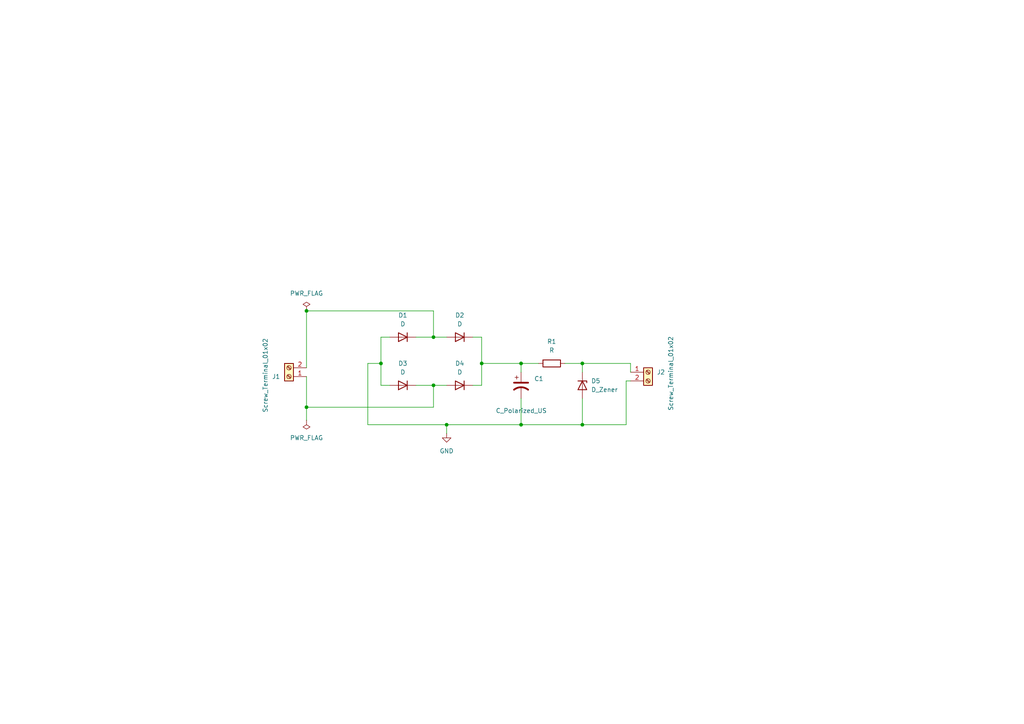
<source format=kicad_sch>
(kicad_sch
	(version 20231120)
	(generator "eeschema")
	(generator_version "8.0")
	(uuid "c9d8ba57-a88f-4c4f-9935-79c219c43787")
	(paper "A4")
	(title_block
		(title "Bridge rectifier")
		(date "2024-03-18")
	)
	(lib_symbols
		(symbol "Connector:Screw_Terminal_01x02"
			(pin_names
				(offset 1.016) hide)
			(exclude_from_sim no)
			(in_bom yes)
			(on_board yes)
			(property "Reference" "J"
				(at 0 2.54 0)
				(effects
					(font
						(size 1.27 1.27)
					)
				)
			)
			(property "Value" "Screw_Terminal_01x02"
				(at 0 -5.08 0)
				(effects
					(font
						(size 1.27 1.27)
					)
				)
			)
			(property "Footprint" ""
				(at 0 0 0)
				(effects
					(font
						(size 1.27 1.27)
					)
					(hide yes)
				)
			)
			(property "Datasheet" "~"
				(at 0 0 0)
				(effects
					(font
						(size 1.27 1.27)
					)
					(hide yes)
				)
			)
			(property "Description" "Generic screw terminal, single row, 01x02, script generated (kicad-library-utils/schlib/autogen/connector/)"
				(at 0 0 0)
				(effects
					(font
						(size 1.27 1.27)
					)
					(hide yes)
				)
			)
			(property "ki_keywords" "screw terminal"
				(at 0 0 0)
				(effects
					(font
						(size 1.27 1.27)
					)
					(hide yes)
				)
			)
			(property "ki_fp_filters" "TerminalBlock*:*"
				(at 0 0 0)
				(effects
					(font
						(size 1.27 1.27)
					)
					(hide yes)
				)
			)
			(symbol "Screw_Terminal_01x02_1_1"
				(rectangle
					(start -1.27 1.27)
					(end 1.27 -3.81)
					(stroke
						(width 0.254)
						(type default)
					)
					(fill
						(type background)
					)
				)
				(circle
					(center 0 -2.54)
					(radius 0.635)
					(stroke
						(width 0.1524)
						(type default)
					)
					(fill
						(type none)
					)
				)
				(polyline
					(pts
						(xy -0.5334 -2.2098) (xy 0.3302 -3.048)
					)
					(stroke
						(width 0.1524)
						(type default)
					)
					(fill
						(type none)
					)
				)
				(polyline
					(pts
						(xy -0.5334 0.3302) (xy 0.3302 -0.508)
					)
					(stroke
						(width 0.1524)
						(type default)
					)
					(fill
						(type none)
					)
				)
				(polyline
					(pts
						(xy -0.3556 -2.032) (xy 0.508 -2.8702)
					)
					(stroke
						(width 0.1524)
						(type default)
					)
					(fill
						(type none)
					)
				)
				(polyline
					(pts
						(xy -0.3556 0.508) (xy 0.508 -0.3302)
					)
					(stroke
						(width 0.1524)
						(type default)
					)
					(fill
						(type none)
					)
				)
				(circle
					(center 0 0)
					(radius 0.635)
					(stroke
						(width 0.1524)
						(type default)
					)
					(fill
						(type none)
					)
				)
				(pin passive line
					(at -5.08 0 0)
					(length 3.81)
					(name "Pin_1"
						(effects
							(font
								(size 1.27 1.27)
							)
						)
					)
					(number "1"
						(effects
							(font
								(size 1.27 1.27)
							)
						)
					)
				)
				(pin passive line
					(at -5.08 -2.54 0)
					(length 3.81)
					(name "Pin_2"
						(effects
							(font
								(size 1.27 1.27)
							)
						)
					)
					(number "2"
						(effects
							(font
								(size 1.27 1.27)
							)
						)
					)
				)
			)
		)
		(symbol "Device:C_Polarized_US"
			(pin_numbers hide)
			(pin_names
				(offset 0.254) hide)
			(exclude_from_sim no)
			(in_bom yes)
			(on_board yes)
			(property "Reference" "C"
				(at 0.635 2.54 0)
				(effects
					(font
						(size 1.27 1.27)
					)
					(justify left)
				)
			)
			(property "Value" "C_Polarized_US"
				(at 0.635 -2.54 0)
				(effects
					(font
						(size 1.27 1.27)
					)
					(justify left)
				)
			)
			(property "Footprint" ""
				(at 0 0 0)
				(effects
					(font
						(size 1.27 1.27)
					)
					(hide yes)
				)
			)
			(property "Datasheet" "~"
				(at 0 0 0)
				(effects
					(font
						(size 1.27 1.27)
					)
					(hide yes)
				)
			)
			(property "Description" "Polarized capacitor, US symbol"
				(at 0 0 0)
				(effects
					(font
						(size 1.27 1.27)
					)
					(hide yes)
				)
			)
			(property "ki_keywords" "cap capacitor"
				(at 0 0 0)
				(effects
					(font
						(size 1.27 1.27)
					)
					(hide yes)
				)
			)
			(property "ki_fp_filters" "CP_*"
				(at 0 0 0)
				(effects
					(font
						(size 1.27 1.27)
					)
					(hide yes)
				)
			)
			(symbol "C_Polarized_US_0_1"
				(polyline
					(pts
						(xy -2.032 0.762) (xy 2.032 0.762)
					)
					(stroke
						(width 0.508)
						(type default)
					)
					(fill
						(type none)
					)
				)
				(polyline
					(pts
						(xy -1.778 2.286) (xy -0.762 2.286)
					)
					(stroke
						(width 0)
						(type default)
					)
					(fill
						(type none)
					)
				)
				(polyline
					(pts
						(xy -1.27 1.778) (xy -1.27 2.794)
					)
					(stroke
						(width 0)
						(type default)
					)
					(fill
						(type none)
					)
				)
				(arc
					(start 2.032 -1.27)
					(mid 0 -0.5572)
					(end -2.032 -1.27)
					(stroke
						(width 0.508)
						(type default)
					)
					(fill
						(type none)
					)
				)
			)
			(symbol "C_Polarized_US_1_1"
				(pin passive line
					(at 0 3.81 270)
					(length 2.794)
					(name "~"
						(effects
							(font
								(size 1.27 1.27)
							)
						)
					)
					(number "1"
						(effects
							(font
								(size 1.27 1.27)
							)
						)
					)
				)
				(pin passive line
					(at 0 -3.81 90)
					(length 3.302)
					(name "~"
						(effects
							(font
								(size 1.27 1.27)
							)
						)
					)
					(number "2"
						(effects
							(font
								(size 1.27 1.27)
							)
						)
					)
				)
			)
		)
		(symbol "Device:D"
			(pin_numbers hide)
			(pin_names
				(offset 1.016) hide)
			(exclude_from_sim no)
			(in_bom yes)
			(on_board yes)
			(property "Reference" "D"
				(at 0 2.54 0)
				(effects
					(font
						(size 1.27 1.27)
					)
				)
			)
			(property "Value" "D"
				(at 0 -2.54 0)
				(effects
					(font
						(size 1.27 1.27)
					)
				)
			)
			(property "Footprint" ""
				(at 0 0 0)
				(effects
					(font
						(size 1.27 1.27)
					)
					(hide yes)
				)
			)
			(property "Datasheet" "~"
				(at 0 0 0)
				(effects
					(font
						(size 1.27 1.27)
					)
					(hide yes)
				)
			)
			(property "Description" "Diode"
				(at 0 0 0)
				(effects
					(font
						(size 1.27 1.27)
					)
					(hide yes)
				)
			)
			(property "Sim.Device" "D"
				(at 0 0 0)
				(effects
					(font
						(size 1.27 1.27)
					)
					(hide yes)
				)
			)
			(property "Sim.Pins" "1=K 2=A"
				(at 0 0 0)
				(effects
					(font
						(size 1.27 1.27)
					)
					(hide yes)
				)
			)
			(property "ki_keywords" "diode"
				(at 0 0 0)
				(effects
					(font
						(size 1.27 1.27)
					)
					(hide yes)
				)
			)
			(property "ki_fp_filters" "TO-???* *_Diode_* *SingleDiode* D_*"
				(at 0 0 0)
				(effects
					(font
						(size 1.27 1.27)
					)
					(hide yes)
				)
			)
			(symbol "D_0_1"
				(polyline
					(pts
						(xy -1.27 1.27) (xy -1.27 -1.27)
					)
					(stroke
						(width 0.254)
						(type default)
					)
					(fill
						(type none)
					)
				)
				(polyline
					(pts
						(xy 1.27 0) (xy -1.27 0)
					)
					(stroke
						(width 0)
						(type default)
					)
					(fill
						(type none)
					)
				)
				(polyline
					(pts
						(xy 1.27 1.27) (xy 1.27 -1.27) (xy -1.27 0) (xy 1.27 1.27)
					)
					(stroke
						(width 0.254)
						(type default)
					)
					(fill
						(type none)
					)
				)
			)
			(symbol "D_1_1"
				(pin passive line
					(at -3.81 0 0)
					(length 2.54)
					(name "K"
						(effects
							(font
								(size 1.27 1.27)
							)
						)
					)
					(number "1"
						(effects
							(font
								(size 1.27 1.27)
							)
						)
					)
				)
				(pin passive line
					(at 3.81 0 180)
					(length 2.54)
					(name "A"
						(effects
							(font
								(size 1.27 1.27)
							)
						)
					)
					(number "2"
						(effects
							(font
								(size 1.27 1.27)
							)
						)
					)
				)
			)
		)
		(symbol "Device:D_Zener"
			(pin_numbers hide)
			(pin_names
				(offset 1.016) hide)
			(exclude_from_sim no)
			(in_bom yes)
			(on_board yes)
			(property "Reference" "D"
				(at 0 2.54 0)
				(effects
					(font
						(size 1.27 1.27)
					)
				)
			)
			(property "Value" "D_Zener"
				(at 0 -2.54 0)
				(effects
					(font
						(size 1.27 1.27)
					)
				)
			)
			(property "Footprint" ""
				(at 0 0 0)
				(effects
					(font
						(size 1.27 1.27)
					)
					(hide yes)
				)
			)
			(property "Datasheet" "~"
				(at 0 0 0)
				(effects
					(font
						(size 1.27 1.27)
					)
					(hide yes)
				)
			)
			(property "Description" "Zener diode"
				(at 0 0 0)
				(effects
					(font
						(size 1.27 1.27)
					)
					(hide yes)
				)
			)
			(property "ki_keywords" "diode"
				(at 0 0 0)
				(effects
					(font
						(size 1.27 1.27)
					)
					(hide yes)
				)
			)
			(property "ki_fp_filters" "TO-???* *_Diode_* *SingleDiode* D_*"
				(at 0 0 0)
				(effects
					(font
						(size 1.27 1.27)
					)
					(hide yes)
				)
			)
			(symbol "D_Zener_0_1"
				(polyline
					(pts
						(xy 1.27 0) (xy -1.27 0)
					)
					(stroke
						(width 0)
						(type default)
					)
					(fill
						(type none)
					)
				)
				(polyline
					(pts
						(xy -1.27 -1.27) (xy -1.27 1.27) (xy -0.762 1.27)
					)
					(stroke
						(width 0.254)
						(type default)
					)
					(fill
						(type none)
					)
				)
				(polyline
					(pts
						(xy 1.27 -1.27) (xy 1.27 1.27) (xy -1.27 0) (xy 1.27 -1.27)
					)
					(stroke
						(width 0.254)
						(type default)
					)
					(fill
						(type none)
					)
				)
			)
			(symbol "D_Zener_1_1"
				(pin passive line
					(at -3.81 0 0)
					(length 2.54)
					(name "K"
						(effects
							(font
								(size 1.27 1.27)
							)
						)
					)
					(number "1"
						(effects
							(font
								(size 1.27 1.27)
							)
						)
					)
				)
				(pin passive line
					(at 3.81 0 180)
					(length 2.54)
					(name "A"
						(effects
							(font
								(size 1.27 1.27)
							)
						)
					)
					(number "2"
						(effects
							(font
								(size 1.27 1.27)
							)
						)
					)
				)
			)
		)
		(symbol "Device:R"
			(pin_numbers hide)
			(pin_names
				(offset 0)
			)
			(exclude_from_sim no)
			(in_bom yes)
			(on_board yes)
			(property "Reference" "R"
				(at 2.032 0 90)
				(effects
					(font
						(size 1.27 1.27)
					)
				)
			)
			(property "Value" "R"
				(at 0 0 90)
				(effects
					(font
						(size 1.27 1.27)
					)
				)
			)
			(property "Footprint" ""
				(at -1.778 0 90)
				(effects
					(font
						(size 1.27 1.27)
					)
					(hide yes)
				)
			)
			(property "Datasheet" "~"
				(at 0 0 0)
				(effects
					(font
						(size 1.27 1.27)
					)
					(hide yes)
				)
			)
			(property "Description" "Resistor"
				(at 0 0 0)
				(effects
					(font
						(size 1.27 1.27)
					)
					(hide yes)
				)
			)
			(property "ki_keywords" "R res resistor"
				(at 0 0 0)
				(effects
					(font
						(size 1.27 1.27)
					)
					(hide yes)
				)
			)
			(property "ki_fp_filters" "R_*"
				(at 0 0 0)
				(effects
					(font
						(size 1.27 1.27)
					)
					(hide yes)
				)
			)
			(symbol "R_0_1"
				(rectangle
					(start -1.016 -2.54)
					(end 1.016 2.54)
					(stroke
						(width 0.254)
						(type default)
					)
					(fill
						(type none)
					)
				)
			)
			(symbol "R_1_1"
				(pin passive line
					(at 0 3.81 270)
					(length 1.27)
					(name "~"
						(effects
							(font
								(size 1.27 1.27)
							)
						)
					)
					(number "1"
						(effects
							(font
								(size 1.27 1.27)
							)
						)
					)
				)
				(pin passive line
					(at 0 -3.81 90)
					(length 1.27)
					(name "~"
						(effects
							(font
								(size 1.27 1.27)
							)
						)
					)
					(number "2"
						(effects
							(font
								(size 1.27 1.27)
							)
						)
					)
				)
			)
		)
		(symbol "power:GND"
			(power)
			(pin_numbers hide)
			(pin_names
				(offset 0) hide)
			(exclude_from_sim no)
			(in_bom yes)
			(on_board yes)
			(property "Reference" "#PWR"
				(at 0 -6.35 0)
				(effects
					(font
						(size 1.27 1.27)
					)
					(hide yes)
				)
			)
			(property "Value" "GND"
				(at 0 -3.81 0)
				(effects
					(font
						(size 1.27 1.27)
					)
				)
			)
			(property "Footprint" ""
				(at 0 0 0)
				(effects
					(font
						(size 1.27 1.27)
					)
					(hide yes)
				)
			)
			(property "Datasheet" ""
				(at 0 0 0)
				(effects
					(font
						(size 1.27 1.27)
					)
					(hide yes)
				)
			)
			(property "Description" "Power symbol creates a global label with name \"GND\" , ground"
				(at 0 0 0)
				(effects
					(font
						(size 1.27 1.27)
					)
					(hide yes)
				)
			)
			(property "ki_keywords" "global power"
				(at 0 0 0)
				(effects
					(font
						(size 1.27 1.27)
					)
					(hide yes)
				)
			)
			(symbol "GND_0_1"
				(polyline
					(pts
						(xy 0 0) (xy 0 -1.27) (xy 1.27 -1.27) (xy 0 -2.54) (xy -1.27 -1.27) (xy 0 -1.27)
					)
					(stroke
						(width 0)
						(type default)
					)
					(fill
						(type none)
					)
				)
			)
			(symbol "GND_1_1"
				(pin power_in line
					(at 0 0 270)
					(length 0)
					(name "~"
						(effects
							(font
								(size 1.27 1.27)
							)
						)
					)
					(number "1"
						(effects
							(font
								(size 1.27 1.27)
							)
						)
					)
				)
			)
		)
		(symbol "power:PWR_FLAG"
			(power)
			(pin_numbers hide)
			(pin_names
				(offset 0) hide)
			(exclude_from_sim no)
			(in_bom yes)
			(on_board yes)
			(property "Reference" "#FLG"
				(at 0 1.905 0)
				(effects
					(font
						(size 1.27 1.27)
					)
					(hide yes)
				)
			)
			(property "Value" "PWR_FLAG"
				(at 0 3.81 0)
				(effects
					(font
						(size 1.27 1.27)
					)
				)
			)
			(property "Footprint" ""
				(at 0 0 0)
				(effects
					(font
						(size 1.27 1.27)
					)
					(hide yes)
				)
			)
			(property "Datasheet" "~"
				(at 0 0 0)
				(effects
					(font
						(size 1.27 1.27)
					)
					(hide yes)
				)
			)
			(property "Description" "Special symbol for telling ERC where power comes from"
				(at 0 0 0)
				(effects
					(font
						(size 1.27 1.27)
					)
					(hide yes)
				)
			)
			(property "ki_keywords" "flag power"
				(at 0 0 0)
				(effects
					(font
						(size 1.27 1.27)
					)
					(hide yes)
				)
			)
			(symbol "PWR_FLAG_0_0"
				(pin power_out line
					(at 0 0 90)
					(length 0)
					(name "~"
						(effects
							(font
								(size 1.27 1.27)
							)
						)
					)
					(number "1"
						(effects
							(font
								(size 1.27 1.27)
							)
						)
					)
				)
			)
			(symbol "PWR_FLAG_0_1"
				(polyline
					(pts
						(xy 0 0) (xy 0 1.27) (xy -1.016 1.905) (xy 0 2.54) (xy 1.016 1.905) (xy 0 1.27)
					)
					(stroke
						(width 0)
						(type default)
					)
					(fill
						(type none)
					)
				)
			)
		)
	)
	(junction
		(at 139.7 105.41)
		(diameter 0)
		(color 0 0 0 0)
		(uuid "0e17f289-400d-42e1-8ba5-88be4f3dfdab")
	)
	(junction
		(at 88.9 90.17)
		(diameter 0)
		(color 0 0 0 0)
		(uuid "43d5dbf7-a9c0-4cbe-bb6c-2730aed15e98")
	)
	(junction
		(at 125.73 97.79)
		(diameter 0)
		(color 0 0 0 0)
		(uuid "49f8a536-62a4-4759-b481-a7948fe1c849")
	)
	(junction
		(at 168.91 123.19)
		(diameter 0)
		(color 0 0 0 0)
		(uuid "6ce08443-42d2-4995-b3a6-bb891fc45072")
	)
	(junction
		(at 110.49 105.41)
		(diameter 0)
		(color 0 0 0 0)
		(uuid "6dd43123-f7e9-42dc-967f-e690c342bdf5")
	)
	(junction
		(at 151.13 105.41)
		(diameter 0)
		(color 0 0 0 0)
		(uuid "84f1cef4-eb72-4887-9af2-14211151e6a1")
	)
	(junction
		(at 168.91 105.41)
		(diameter 0)
		(color 0 0 0 0)
		(uuid "8daf3b85-0206-42bc-b591-e7f2634bbe04")
	)
	(junction
		(at 129.54 123.19)
		(diameter 0)
		(color 0 0 0 0)
		(uuid "a9238a1e-9d87-44ec-9deb-99b44fc1957c")
	)
	(junction
		(at 125.73 111.76)
		(diameter 0)
		(color 0 0 0 0)
		(uuid "b4e67fba-d310-48cf-8765-26fbe92eedd7")
	)
	(junction
		(at 88.9 118.11)
		(diameter 0)
		(color 0 0 0 0)
		(uuid "bd2953cb-fc9c-4330-af43-a63d3dc5f2c1")
	)
	(junction
		(at 151.13 123.19)
		(diameter 0)
		(color 0 0 0 0)
		(uuid "f3b76427-6c1a-4845-b4bb-373a4509af81")
	)
	(wire
		(pts
			(xy 139.7 105.41) (xy 151.13 105.41)
		)
		(stroke
			(width 0)
			(type default)
		)
		(uuid "1c879e38-f739-491f-ae2b-6e48841fdc73")
	)
	(wire
		(pts
			(xy 151.13 123.19) (xy 168.91 123.19)
		)
		(stroke
			(width 0)
			(type default)
		)
		(uuid "1d615bfa-a5de-4183-9e2d-4c79d06b1c39")
	)
	(wire
		(pts
			(xy 110.49 97.79) (xy 113.03 97.79)
		)
		(stroke
			(width 0)
			(type default)
		)
		(uuid "26de1d37-a50f-4f15-9cce-712dac905e96")
	)
	(wire
		(pts
			(xy 181.61 123.19) (xy 168.91 123.19)
		)
		(stroke
			(width 0)
			(type default)
		)
		(uuid "2bc84960-5a2e-4883-958a-1af924a9e9d9")
	)
	(wire
		(pts
			(xy 168.91 107.95) (xy 168.91 105.41)
		)
		(stroke
			(width 0)
			(type default)
		)
		(uuid "306725a1-2f1f-4e2c-8605-3b5f422ec6d4")
	)
	(wire
		(pts
			(xy 88.9 118.11) (xy 125.73 118.11)
		)
		(stroke
			(width 0)
			(type default)
		)
		(uuid "365eb422-13e0-4474-9324-342c5ee33ad3")
	)
	(wire
		(pts
			(xy 125.73 97.79) (xy 129.54 97.79)
		)
		(stroke
			(width 0)
			(type default)
		)
		(uuid "373d49b7-9a96-4f4e-a22c-c118f6d24662")
	)
	(wire
		(pts
			(xy 137.16 111.76) (xy 139.7 111.76)
		)
		(stroke
			(width 0)
			(type default)
		)
		(uuid "4127a915-86a8-4e39-ab8d-c1f6cfcb843d")
	)
	(wire
		(pts
			(xy 151.13 105.41) (xy 156.21 105.41)
		)
		(stroke
			(width 0)
			(type default)
		)
		(uuid "4e0dcc72-72d1-4a66-91f5-e98aceb1c2b8")
	)
	(wire
		(pts
			(xy 168.91 115.57) (xy 168.91 123.19)
		)
		(stroke
			(width 0)
			(type default)
		)
		(uuid "54c4056e-c1f0-4444-bcb7-f6e0c88a464c")
	)
	(wire
		(pts
			(xy 163.83 105.41) (xy 168.91 105.41)
		)
		(stroke
			(width 0)
			(type default)
		)
		(uuid "616fa602-7263-4d07-aae2-b2a7d6a7d36e")
	)
	(wire
		(pts
			(xy 88.9 90.17) (xy 125.73 90.17)
		)
		(stroke
			(width 0)
			(type default)
		)
		(uuid "626f5cfd-e02e-4ee9-b062-ee4f09dd0225")
	)
	(wire
		(pts
			(xy 151.13 107.95) (xy 151.13 105.41)
		)
		(stroke
			(width 0)
			(type default)
		)
		(uuid "6563f31d-52bf-4546-9756-79e21d06d16b")
	)
	(wire
		(pts
			(xy 88.9 106.68) (xy 88.9 90.17)
		)
		(stroke
			(width 0)
			(type default)
		)
		(uuid "6aad6a2f-5df5-4558-9d0c-ba93ca039e84")
	)
	(wire
		(pts
			(xy 110.49 105.41) (xy 110.49 97.79)
		)
		(stroke
			(width 0)
			(type default)
		)
		(uuid "6cb13897-ed3a-4376-8a93-c1215f54bde8")
	)
	(wire
		(pts
			(xy 168.91 105.41) (xy 182.88 105.41)
		)
		(stroke
			(width 0)
			(type default)
		)
		(uuid "6cf9a40e-a592-4d2a-b6b2-e835c2a52461")
	)
	(wire
		(pts
			(xy 139.7 105.41) (xy 139.7 111.76)
		)
		(stroke
			(width 0)
			(type default)
		)
		(uuid "755a7d23-655e-4c4d-9eeb-dc656d12594a")
	)
	(wire
		(pts
			(xy 106.68 105.41) (xy 110.49 105.41)
		)
		(stroke
			(width 0)
			(type default)
		)
		(uuid "87cfa330-3d11-41bf-a9ae-826328696328")
	)
	(wire
		(pts
			(xy 129.54 123.19) (xy 129.54 125.73)
		)
		(stroke
			(width 0)
			(type default)
		)
		(uuid "8b3631db-59d7-4d51-9205-67d192901e97")
	)
	(wire
		(pts
			(xy 106.68 123.19) (xy 129.54 123.19)
		)
		(stroke
			(width 0)
			(type default)
		)
		(uuid "8c34a2f2-ecaa-4381-bb5e-7d12aaf0ccb1")
	)
	(wire
		(pts
			(xy 125.73 111.76) (xy 125.73 118.11)
		)
		(stroke
			(width 0)
			(type default)
		)
		(uuid "908353f5-0ca6-4ec8-b512-a9a1f0cec8fe")
	)
	(wire
		(pts
			(xy 88.9 109.22) (xy 88.9 118.11)
		)
		(stroke
			(width 0)
			(type default)
		)
		(uuid "913ab78f-73be-4979-837b-2b700bfd7f68")
	)
	(wire
		(pts
			(xy 182.88 110.49) (xy 181.61 110.49)
		)
		(stroke
			(width 0)
			(type default)
		)
		(uuid "96d488ef-9f5d-4ec5-8a61-c0e726572256")
	)
	(wire
		(pts
			(xy 139.7 97.79) (xy 139.7 105.41)
		)
		(stroke
			(width 0)
			(type default)
		)
		(uuid "9e9927fc-3cf4-4a1c-bf24-12a999e9938d")
	)
	(wire
		(pts
			(xy 182.88 107.95) (xy 182.88 105.41)
		)
		(stroke
			(width 0)
			(type default)
		)
		(uuid "a2da8bdb-761a-4604-a531-0ed4b4934a10")
	)
	(wire
		(pts
			(xy 125.73 90.17) (xy 125.73 97.79)
		)
		(stroke
			(width 0)
			(type default)
		)
		(uuid "a8e55ab5-0d70-4d30-b9b8-c95e6c90550d")
	)
	(wire
		(pts
			(xy 181.61 110.49) (xy 181.61 123.19)
		)
		(stroke
			(width 0)
			(type default)
		)
		(uuid "ae09a041-4de0-4aa7-a6ef-77c1eb492df5")
	)
	(wire
		(pts
			(xy 125.73 111.76) (xy 129.54 111.76)
		)
		(stroke
			(width 0)
			(type default)
		)
		(uuid "b63915ac-4dee-4d75-bc54-dc7f888f74ec")
	)
	(wire
		(pts
			(xy 106.68 123.19) (xy 106.68 105.41)
		)
		(stroke
			(width 0)
			(type default)
		)
		(uuid "b9cf7676-2b5c-42ad-a8ec-d2da0df6f9cf")
	)
	(wire
		(pts
			(xy 120.65 97.79) (xy 125.73 97.79)
		)
		(stroke
			(width 0)
			(type default)
		)
		(uuid "bcd0b878-5bff-4b43-b428-9cb847a6bce8")
	)
	(wire
		(pts
			(xy 151.13 115.57) (xy 151.13 123.19)
		)
		(stroke
			(width 0)
			(type default)
		)
		(uuid "ca12ebab-f29b-480d-8bdd-f479572f018a")
	)
	(wire
		(pts
			(xy 137.16 97.79) (xy 139.7 97.79)
		)
		(stroke
			(width 0)
			(type default)
		)
		(uuid "d2d701a1-8886-453e-96e8-c17853939043")
	)
	(wire
		(pts
			(xy 113.03 111.76) (xy 110.49 111.76)
		)
		(stroke
			(width 0)
			(type default)
		)
		(uuid "de97d5b9-0a9a-4f5a-a3bd-540537f86605")
	)
	(wire
		(pts
			(xy 120.65 111.76) (xy 125.73 111.76)
		)
		(stroke
			(width 0)
			(type default)
		)
		(uuid "e238de9a-891b-4835-b13e-3923124326e2")
	)
	(wire
		(pts
			(xy 110.49 111.76) (xy 110.49 105.41)
		)
		(stroke
			(width 0)
			(type default)
		)
		(uuid "e4d21c1b-c38d-4c65-8c88-1690bfe3f611")
	)
	(wire
		(pts
			(xy 88.9 121.92) (xy 88.9 118.11)
		)
		(stroke
			(width 0)
			(type default)
		)
		(uuid "faa88ebc-30fd-4924-9e79-47b740cf3e7b")
	)
	(wire
		(pts
			(xy 129.54 123.19) (xy 151.13 123.19)
		)
		(stroke
			(width 0)
			(type default)
		)
		(uuid "faac563e-8c3d-4458-8be5-f055403bc315")
	)
	(symbol
		(lib_id "Connector:Screw_Terminal_01x02")
		(at 83.82 109.22 180)
		(unit 1)
		(exclude_from_sim no)
		(in_bom yes)
		(on_board yes)
		(dnp no)
		(uuid "1bdecfbd-62d2-47d9-a203-fc099ae1bdf5")
		(property "Reference" "J1"
			(at 81.28 109.2201 0)
			(effects
				(font
					(size 1.27 1.27)
				)
				(justify left)
			)
		)
		(property "Value" "Screw_Terminal_01x02"
			(at 76.962 98.044 90)
			(effects
				(font
					(size 1.27 1.27)
				)
				(justify left)
			)
		)
		(property "Footprint" "TerminalBlock_MetzConnect:TerminalBlock_MetzConnect_Type101_RT01602HBWC_1x02_P5.08mm_Horizontal"
			(at 83.82 109.22 0)
			(effects
				(font
					(size 1.27 1.27)
				)
				(hide yes)
			)
		)
		(property "Datasheet" "~"
			(at 83.82 109.22 0)
			(effects
				(font
					(size 1.27 1.27)
				)
				(hide yes)
			)
		)
		(property "Description" "Generic screw terminal, single row, 01x02, script generated (kicad-library-utils/schlib/autogen/connector/)"
			(at 83.82 109.22 0)
			(effects
				(font
					(size 1.27 1.27)
				)
				(hide yes)
			)
		)
		(pin "2"
			(uuid "daccc91c-3567-4d1a-9bbf-0cd4a8f33a9c")
		)
		(pin "1"
			(uuid "c55cc3df-2c1b-4363-80b2-fff42db13278")
		)
		(instances
			(project "AD2DC"
				(path "/c9d8ba57-a88f-4c4f-9935-79c219c43787"
					(reference "J1")
					(unit 1)
				)
			)
		)
	)
	(symbol
		(lib_id "Device:D")
		(at 116.84 97.79 180)
		(unit 1)
		(exclude_from_sim no)
		(in_bom yes)
		(on_board yes)
		(dnp no)
		(fields_autoplaced yes)
		(uuid "1cfb92d0-7a89-4b40-b286-397ae2aeafe2")
		(property "Reference" "D1"
			(at 116.84 91.44 0)
			(effects
				(font
					(size 1.27 1.27)
				)
			)
		)
		(property "Value" "D"
			(at 116.84 93.98 0)
			(effects
				(font
					(size 1.27 1.27)
				)
			)
		)
		(property "Footprint" "Diode_THT:D_DO-41_SOD81_P10.16mm_Horizontal"
			(at 116.84 97.79 0)
			(effects
				(font
					(size 1.27 1.27)
				)
				(hide yes)
			)
		)
		(property "Datasheet" "~"
			(at 116.84 97.79 0)
			(effects
				(font
					(size 1.27 1.27)
				)
				(hide yes)
			)
		)
		(property "Description" "Diode"
			(at 116.84 97.79 0)
			(effects
				(font
					(size 1.27 1.27)
				)
				(hide yes)
			)
		)
		(property "Sim.Device" "D"
			(at 116.84 97.79 0)
			(effects
				(font
					(size 1.27 1.27)
				)
				(hide yes)
			)
		)
		(property "Sim.Pins" "1=K 2=A"
			(at 116.84 97.79 0)
			(effects
				(font
					(size 1.27 1.27)
				)
				(hide yes)
			)
		)
		(pin "2"
			(uuid "0d84b8f7-c614-4c99-a44f-a29814a6ef6a")
		)
		(pin "1"
			(uuid "72793a20-9088-441e-bdef-e623ed1196f5")
		)
		(instances
			(project "AD2DC"
				(path "/c9d8ba57-a88f-4c4f-9935-79c219c43787"
					(reference "D1")
					(unit 1)
				)
			)
		)
	)
	(symbol
		(lib_id "Device:R")
		(at 160.02 105.41 90)
		(unit 1)
		(exclude_from_sim no)
		(in_bom yes)
		(on_board yes)
		(dnp no)
		(fields_autoplaced yes)
		(uuid "1df82342-6511-464a-820c-51e8872b276c")
		(property "Reference" "R1"
			(at 160.02 99.06 90)
			(effects
				(font
					(size 1.27 1.27)
				)
			)
		)
		(property "Value" "R"
			(at 160.02 101.6 90)
			(effects
				(font
					(size 1.27 1.27)
				)
			)
		)
		(property "Footprint" "Resistor_THT:R_Axial_DIN0309_L9.0mm_D3.2mm_P12.70mm_Horizontal"
			(at 160.02 107.188 90)
			(effects
				(font
					(size 1.27 1.27)
				)
				(hide yes)
			)
		)
		(property "Datasheet" "~"
			(at 160.02 105.41 0)
			(effects
				(font
					(size 1.27 1.27)
				)
				(hide yes)
			)
		)
		(property "Description" "Resistor"
			(at 160.02 105.41 0)
			(effects
				(font
					(size 1.27 1.27)
				)
				(hide yes)
			)
		)
		(pin "1"
			(uuid "518f5f68-1e04-46eb-b4f4-4ff22f449bfd")
		)
		(pin "2"
			(uuid "5967aadd-4494-4524-a54a-d35a36443e8f")
		)
		(instances
			(project "AD2DC"
				(path "/c9d8ba57-a88f-4c4f-9935-79c219c43787"
					(reference "R1")
					(unit 1)
				)
			)
		)
	)
	(symbol
		(lib_id "Device:D")
		(at 116.84 111.76 180)
		(unit 1)
		(exclude_from_sim no)
		(in_bom yes)
		(on_board yes)
		(dnp no)
		(fields_autoplaced yes)
		(uuid "6482d687-0834-4936-8221-4b74900d6460")
		(property "Reference" "D3"
			(at 116.84 105.41 0)
			(effects
				(font
					(size 1.27 1.27)
				)
			)
		)
		(property "Value" "D"
			(at 116.84 107.95 0)
			(effects
				(font
					(size 1.27 1.27)
				)
			)
		)
		(property "Footprint" "Diode_THT:D_DO-41_SOD81_P10.16mm_Horizontal"
			(at 116.84 111.76 0)
			(effects
				(font
					(size 1.27 1.27)
				)
				(hide yes)
			)
		)
		(property "Datasheet" "~"
			(at 116.84 111.76 0)
			(effects
				(font
					(size 1.27 1.27)
				)
				(hide yes)
			)
		)
		(property "Description" "Diode"
			(at 116.84 111.76 0)
			(effects
				(font
					(size 1.27 1.27)
				)
				(hide yes)
			)
		)
		(property "Sim.Device" "D"
			(at 116.84 111.76 0)
			(effects
				(font
					(size 1.27 1.27)
				)
				(hide yes)
			)
		)
		(property "Sim.Pins" "1=K 2=A"
			(at 116.84 111.76 0)
			(effects
				(font
					(size 1.27 1.27)
				)
				(hide yes)
			)
		)
		(pin "2"
			(uuid "94b5db92-ba16-4f46-b6c7-52a4b79da06e")
		)
		(pin "1"
			(uuid "2bd67d18-a517-4bb4-94da-bd976acd9d5c")
		)
		(instances
			(project "AD2DC"
				(path "/c9d8ba57-a88f-4c4f-9935-79c219c43787"
					(reference "D3")
					(unit 1)
				)
			)
		)
	)
	(symbol
		(lib_id "Device:D")
		(at 133.35 111.76 180)
		(unit 1)
		(exclude_from_sim no)
		(in_bom yes)
		(on_board yes)
		(dnp no)
		(fields_autoplaced yes)
		(uuid "7cf9ef8c-8ff8-4852-8cb9-5b0aa0a3f76e")
		(property "Reference" "D4"
			(at 133.35 105.41 0)
			(effects
				(font
					(size 1.27 1.27)
				)
			)
		)
		(property "Value" "D"
			(at 133.35 107.95 0)
			(effects
				(font
					(size 1.27 1.27)
				)
			)
		)
		(property "Footprint" "Diode_THT:D_DO-41_SOD81_P10.16mm_Horizontal"
			(at 133.35 111.76 0)
			(effects
				(font
					(size 1.27 1.27)
				)
				(hide yes)
			)
		)
		(property "Datasheet" "~"
			(at 133.35 111.76 0)
			(effects
				(font
					(size 1.27 1.27)
				)
				(hide yes)
			)
		)
		(property "Description" "Diode"
			(at 133.35 111.76 0)
			(effects
				(font
					(size 1.27 1.27)
				)
				(hide yes)
			)
		)
		(property "Sim.Device" "D"
			(at 133.35 111.76 0)
			(effects
				(font
					(size 1.27 1.27)
				)
				(hide yes)
			)
		)
		(property "Sim.Pins" "1=K 2=A"
			(at 133.35 111.76 0)
			(effects
				(font
					(size 1.27 1.27)
				)
				(hide yes)
			)
		)
		(pin "2"
			(uuid "ee35ec14-8814-44fa-80e0-19bc4841a4f5")
		)
		(pin "1"
			(uuid "5c6eebaa-2806-417b-af34-c287126106d4")
		)
		(instances
			(project "AD2DC"
				(path "/c9d8ba57-a88f-4c4f-9935-79c219c43787"
					(reference "D4")
					(unit 1)
				)
			)
		)
	)
	(symbol
		(lib_id "Device:D_Zener")
		(at 168.91 111.76 270)
		(unit 1)
		(exclude_from_sim no)
		(in_bom yes)
		(on_board yes)
		(dnp no)
		(fields_autoplaced yes)
		(uuid "921a1f6c-5563-4255-9921-6c88121e9c63")
		(property "Reference" "D5"
			(at 171.45 110.4899 90)
			(effects
				(font
					(size 1.27 1.27)
				)
				(justify left)
			)
		)
		(property "Value" "D_Zener"
			(at 171.45 113.0299 90)
			(effects
				(font
					(size 1.27 1.27)
				)
				(justify left)
			)
		)
		(property "Footprint" "Diode_THT:D_A-405_P10.16mm_Horizontal"
			(at 168.91 111.76 0)
			(effects
				(font
					(size 1.27 1.27)
				)
				(hide yes)
			)
		)
		(property "Datasheet" "~"
			(at 168.91 111.76 0)
			(effects
				(font
					(size 1.27 1.27)
				)
				(hide yes)
			)
		)
		(property "Description" "Zener diode"
			(at 168.91 111.76 0)
			(effects
				(font
					(size 1.27 1.27)
				)
				(hide yes)
			)
		)
		(pin "2"
			(uuid "b9ab65ab-14aa-404d-83bf-253ef1284832")
		)
		(pin "1"
			(uuid "8d0071aa-da57-411a-a4b1-83a784c0358d")
		)
		(instances
			(project "AD2DC"
				(path "/c9d8ba57-a88f-4c4f-9935-79c219c43787"
					(reference "D5")
					(unit 1)
				)
			)
		)
	)
	(symbol
		(lib_id "power:PWR_FLAG")
		(at 88.9 90.17 0)
		(unit 1)
		(exclude_from_sim no)
		(in_bom yes)
		(on_board yes)
		(dnp no)
		(fields_autoplaced yes)
		(uuid "9237f873-83ec-44ac-b152-10f333dbe298")
		(property "Reference" "#FLG01"
			(at 88.9 88.265 0)
			(effects
				(font
					(size 1.27 1.27)
				)
				(hide yes)
			)
		)
		(property "Value" "PWR_FLAG"
			(at 88.9 85.09 0)
			(effects
				(font
					(size 1.27 1.27)
				)
			)
		)
		(property "Footprint" ""
			(at 88.9 90.17 0)
			(effects
				(font
					(size 1.27 1.27)
				)
				(hide yes)
			)
		)
		(property "Datasheet" "~"
			(at 88.9 90.17 0)
			(effects
				(font
					(size 1.27 1.27)
				)
				(hide yes)
			)
		)
		(property "Description" "Special symbol for telling ERC where power comes from"
			(at 88.9 90.17 0)
			(effects
				(font
					(size 1.27 1.27)
				)
				(hide yes)
			)
		)
		(pin "1"
			(uuid "9b9076e2-38d9-4ce9-afd3-218069900012")
		)
		(instances
			(project "AD2DC"
				(path "/c9d8ba57-a88f-4c4f-9935-79c219c43787"
					(reference "#FLG01")
					(unit 1)
				)
			)
		)
	)
	(symbol
		(lib_id "power:PWR_FLAG")
		(at 88.9 121.92 180)
		(unit 1)
		(exclude_from_sim no)
		(in_bom yes)
		(on_board yes)
		(dnp no)
		(fields_autoplaced yes)
		(uuid "a1d5395d-1039-48f8-9c34-c34e7ef9a189")
		(property "Reference" "#FLG02"
			(at 88.9 123.825 0)
			(effects
				(font
					(size 1.27 1.27)
				)
				(hide yes)
			)
		)
		(property "Value" "PWR_FLAG"
			(at 88.9 127 0)
			(effects
				(font
					(size 1.27 1.27)
				)
			)
		)
		(property "Footprint" ""
			(at 88.9 121.92 0)
			(effects
				(font
					(size 1.27 1.27)
				)
				(hide yes)
			)
		)
		(property "Datasheet" "~"
			(at 88.9 121.92 0)
			(effects
				(font
					(size 1.27 1.27)
				)
				(hide yes)
			)
		)
		(property "Description" "Special symbol for telling ERC where power comes from"
			(at 88.9 121.92 0)
			(effects
				(font
					(size 1.27 1.27)
				)
				(hide yes)
			)
		)
		(pin "1"
			(uuid "1ad6a3d3-0c87-4fb8-8297-387699fd5dad")
		)
		(instances
			(project "AD2DC"
				(path "/c9d8ba57-a88f-4c4f-9935-79c219c43787"
					(reference "#FLG02")
					(unit 1)
				)
			)
		)
	)
	(symbol
		(lib_id "Device:C_Polarized_US")
		(at 151.13 111.76 0)
		(unit 1)
		(exclude_from_sim no)
		(in_bom yes)
		(on_board yes)
		(dnp no)
		(uuid "aa3b802a-4c8c-40ac-a830-1eff5c65c93f")
		(property "Reference" "C1"
			(at 154.94 109.8549 0)
			(effects
				(font
					(size 1.27 1.27)
				)
				(justify left)
			)
		)
		(property "Value" "C_Polarized_US"
			(at 143.764 119.126 0)
			(effects
				(font
					(size 1.27 1.27)
				)
				(justify left)
			)
		)
		(property "Footprint" "Capacitor_THT:CP_Radial_D10.0mm_P5.00mm"
			(at 151.13 111.76 0)
			(effects
				(font
					(size 1.27 1.27)
				)
				(hide yes)
			)
		)
		(property "Datasheet" "~"
			(at 151.13 111.76 0)
			(effects
				(font
					(size 1.27 1.27)
				)
				(hide yes)
			)
		)
		(property "Description" "Polarized capacitor, US symbol"
			(at 151.13 111.76 0)
			(effects
				(font
					(size 1.27 1.27)
				)
				(hide yes)
			)
		)
		(pin "2"
			(uuid "bf1dd08a-253c-44cf-a7e6-5f532ac8fade")
		)
		(pin "1"
			(uuid "5068556a-5093-4226-a19b-0fc065f0171c")
		)
		(instances
			(project "AD2DC"
				(path "/c9d8ba57-a88f-4c4f-9935-79c219c43787"
					(reference "C1")
					(unit 1)
				)
			)
		)
	)
	(symbol
		(lib_id "power:GND")
		(at 129.54 125.73 0)
		(unit 1)
		(exclude_from_sim no)
		(in_bom yes)
		(on_board yes)
		(dnp no)
		(fields_autoplaced yes)
		(uuid "ad39e43b-d09b-41a1-8b0b-80426396afb8")
		(property "Reference" "#PWR01"
			(at 129.54 132.08 0)
			(effects
				(font
					(size 1.27 1.27)
				)
				(hide yes)
			)
		)
		(property "Value" "GND"
			(at 129.54 130.81 0)
			(effects
				(font
					(size 1.27 1.27)
				)
			)
		)
		(property "Footprint" ""
			(at 129.54 125.73 0)
			(effects
				(font
					(size 1.27 1.27)
				)
				(hide yes)
			)
		)
		(property "Datasheet" ""
			(at 129.54 125.73 0)
			(effects
				(font
					(size 1.27 1.27)
				)
				(hide yes)
			)
		)
		(property "Description" "Power symbol creates a global label with name \"GND\" , ground"
			(at 129.54 125.73 0)
			(effects
				(font
					(size 1.27 1.27)
				)
				(hide yes)
			)
		)
		(pin "1"
			(uuid "b71aad0a-619e-4055-9f84-3fcf7a424484")
		)
		(instances
			(project "AD2DC"
				(path "/c9d8ba57-a88f-4c4f-9935-79c219c43787"
					(reference "#PWR01")
					(unit 1)
				)
			)
		)
	)
	(symbol
		(lib_id "Device:D")
		(at 133.35 97.79 180)
		(unit 1)
		(exclude_from_sim no)
		(in_bom yes)
		(on_board yes)
		(dnp no)
		(fields_autoplaced yes)
		(uuid "db7321c2-ffdf-4313-9411-5e1d764fe732")
		(property "Reference" "D2"
			(at 133.35 91.44 0)
			(effects
				(font
					(size 1.27 1.27)
				)
			)
		)
		(property "Value" "D"
			(at 133.35 93.98 0)
			(effects
				(font
					(size 1.27 1.27)
				)
			)
		)
		(property "Footprint" "Diode_THT:D_DO-41_SOD81_P10.16mm_Horizontal"
			(at 133.35 97.79 0)
			(effects
				(font
					(size 1.27 1.27)
				)
				(hide yes)
			)
		)
		(property "Datasheet" "~"
			(at 133.35 97.79 0)
			(effects
				(font
					(size 1.27 1.27)
				)
				(hide yes)
			)
		)
		(property "Description" "Diode"
			(at 133.35 97.79 0)
			(effects
				(font
					(size 1.27 1.27)
				)
				(hide yes)
			)
		)
		(property "Sim.Device" "D"
			(at 133.35 97.79 0)
			(effects
				(font
					(size 1.27 1.27)
				)
				(hide yes)
			)
		)
		(property "Sim.Pins" "1=K 2=A"
			(at 133.35 97.79 0)
			(effects
				(font
					(size 1.27 1.27)
				)
				(hide yes)
			)
		)
		(pin "2"
			(uuid "114bcc78-6773-41e6-ba4a-c1bc975933d5")
		)
		(pin "1"
			(uuid "14703347-ea42-4840-abdc-9216a283eb98")
		)
		(instances
			(project "AD2DC"
				(path "/c9d8ba57-a88f-4c4f-9935-79c219c43787"
					(reference "D2")
					(unit 1)
				)
			)
		)
	)
	(symbol
		(lib_id "Connector:Screw_Terminal_01x02")
		(at 187.96 107.95 0)
		(unit 1)
		(exclude_from_sim no)
		(in_bom yes)
		(on_board yes)
		(dnp no)
		(uuid "e0ef0a45-f34f-4a02-9a35-03c5e0bca9bd")
		(property "Reference" "J2"
			(at 190.5 107.9499 0)
			(effects
				(font
					(size 1.27 1.27)
				)
				(justify left)
			)
		)
		(property "Value" "Screw_Terminal_01x02"
			(at 194.564 119.126 90)
			(effects
				(font
					(size 1.27 1.27)
				)
				(justify left)
			)
		)
		(property "Footprint" "TerminalBlock_MetzConnect:TerminalBlock_MetzConnect_Type101_RT01602HBWC_1x02_P5.08mm_Horizontal"
			(at 187.96 107.95 0)
			(effects
				(font
					(size 1.27 1.27)
				)
				(hide yes)
			)
		)
		(property "Datasheet" "~"
			(at 187.96 107.95 0)
			(effects
				(font
					(size 1.27 1.27)
				)
				(hide yes)
			)
		)
		(property "Description" "Generic screw terminal, single row, 01x02, script generated (kicad-library-utils/schlib/autogen/connector/)"
			(at 187.96 107.95 0)
			(effects
				(font
					(size 1.27 1.27)
				)
				(hide yes)
			)
		)
		(pin "2"
			(uuid "414fb6e9-dfd9-40ee-a965-4d51e486f989")
		)
		(pin "1"
			(uuid "3576c3e0-a2d0-4410-8041-f0f28beb4d1b")
		)
		(instances
			(project "AD2DC"
				(path "/c9d8ba57-a88f-4c4f-9935-79c219c43787"
					(reference "J2")
					(unit 1)
				)
			)
		)
	)
	(sheet_instances
		(path "/"
			(page "1")
		)
	)
)
</source>
